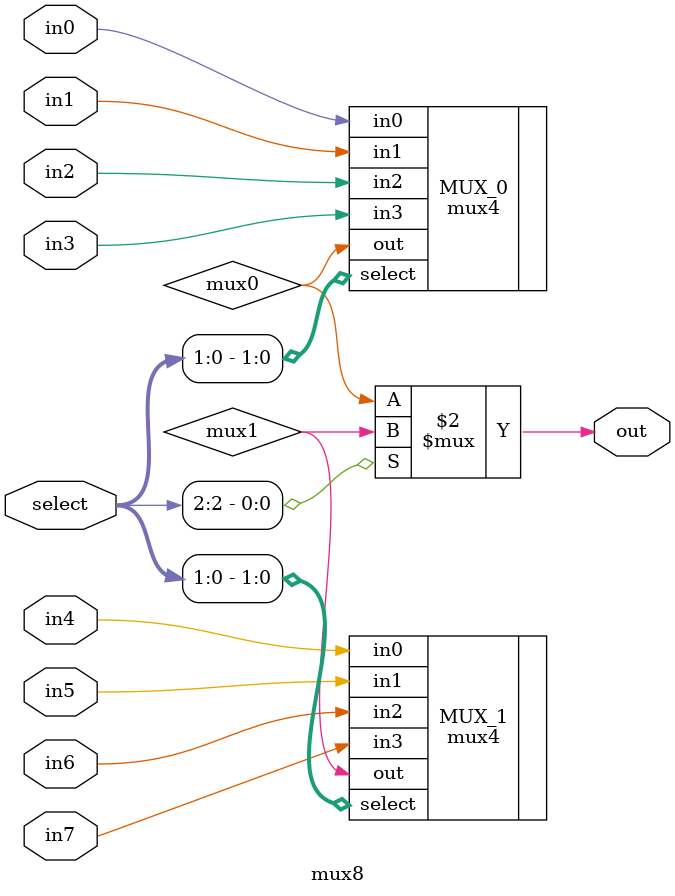
<source format=sv>
`timescale 1ns/1ps
`default_nettype none
module mux8(in0,in1,in2,in3,in4,in5,in6,in7,select,out);

//parameter definitions
parameter N = 1;
//port definitions
input  wire [(N-1):0] in0;
input  wire [(N-1):0] in1;
input  wire [(N-1):0] in2;
input  wire [(N-1):0] in3;
input  wire [(N-1):0] in4;
input  wire [(N-1):0] in5;
input  wire [(N-1):0] in6;
input  wire [(N-1):0] in7;
input  wire [2:0] select;
output logic [(N-1):0] out;

wire [(N-1):0] mux0, mux1;
//make 4:1 out of 2 4:1 muxes and a 2:1 mux
mux4 #(.N(N)) MUX_0 (.in0(in0), .in1(in1), .in2(in2), .in3(in3), .select(select[1:0]), .out(mux0));
mux4 #(.N(N)) MUX_1 (.in0(in4), .in1(in5), .in2(in6), .in3(in7), .select(select[1:0]), .out(mux1));
/*verilator lint_off*/
always_comb out = select[2] ? mux1 : mux0;
/*verilator lint_on*/

endmodule

</source>
